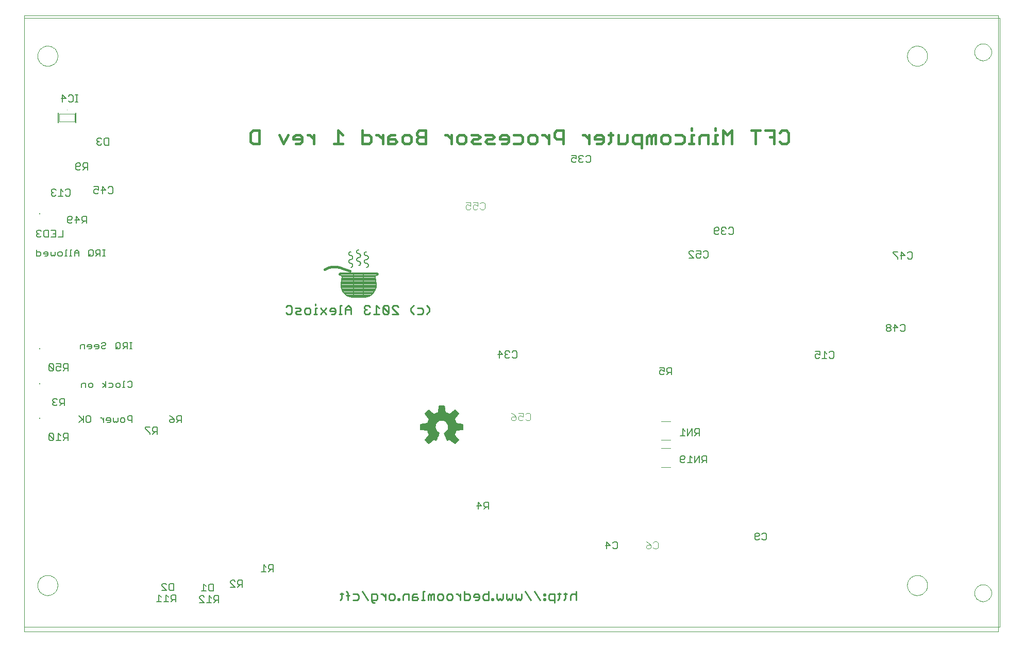
<source format=gbo>
G75*
G70*
%OFA0B0*%
%FSLAX24Y24*%
%IPPOS*%
%LPD*%
%AMOC8*
5,1,8,0,0,1.08239X$1,22.5*
%
%ADD10C,0.0000*%
%ADD11C,0.0080*%
%ADD12C,0.0150*%
%ADD13C,0.0100*%
%ADD14C,0.0050*%
%ADD15R,0.0079X0.0079*%
%ADD16C,0.0059*%
%ADD17C,0.0004*%
%ADD18C,0.0030*%
%ADD19C,0.0040*%
%ADD20C,0.0160*%
D10*
X004848Y007120D02*
X004848Y046990D01*
X067840Y046990D01*
X067840Y007120D01*
X004848Y007120D01*
X004848Y007430D02*
X004848Y046810D01*
X067948Y046810D01*
X067948Y007430D01*
X004848Y007430D01*
X005698Y010120D02*
X005700Y010170D01*
X005706Y010220D01*
X005716Y010270D01*
X005729Y010318D01*
X005746Y010366D01*
X005767Y010412D01*
X005791Y010456D01*
X005819Y010498D01*
X005850Y010538D01*
X005884Y010575D01*
X005921Y010610D01*
X005960Y010641D01*
X006001Y010670D01*
X006045Y010695D01*
X006091Y010717D01*
X006138Y010735D01*
X006186Y010749D01*
X006235Y010760D01*
X006285Y010767D01*
X006335Y010770D01*
X006386Y010769D01*
X006436Y010764D01*
X006486Y010755D01*
X006534Y010743D01*
X006582Y010726D01*
X006628Y010706D01*
X006673Y010683D01*
X006716Y010656D01*
X006756Y010626D01*
X006794Y010593D01*
X006829Y010557D01*
X006862Y010518D01*
X006891Y010477D01*
X006917Y010434D01*
X006940Y010389D01*
X006959Y010342D01*
X006974Y010294D01*
X006986Y010245D01*
X006994Y010195D01*
X006998Y010145D01*
X006998Y010095D01*
X006994Y010045D01*
X006986Y009995D01*
X006974Y009946D01*
X006959Y009898D01*
X006940Y009851D01*
X006917Y009806D01*
X006891Y009763D01*
X006862Y009722D01*
X006829Y009683D01*
X006794Y009647D01*
X006756Y009614D01*
X006716Y009584D01*
X006673Y009557D01*
X006628Y009534D01*
X006582Y009514D01*
X006534Y009497D01*
X006486Y009485D01*
X006436Y009476D01*
X006386Y009471D01*
X006335Y009470D01*
X006285Y009473D01*
X006235Y009480D01*
X006186Y009491D01*
X006138Y009505D01*
X006091Y009523D01*
X006045Y009545D01*
X006001Y009570D01*
X005960Y009599D01*
X005921Y009630D01*
X005884Y009665D01*
X005850Y009702D01*
X005819Y009742D01*
X005791Y009784D01*
X005767Y009828D01*
X005746Y009874D01*
X005729Y009922D01*
X005716Y009970D01*
X005706Y010020D01*
X005700Y010070D01*
X005698Y010120D01*
X005698Y044370D02*
X005700Y044420D01*
X005706Y044470D01*
X005716Y044520D01*
X005729Y044568D01*
X005746Y044616D01*
X005767Y044662D01*
X005791Y044706D01*
X005819Y044748D01*
X005850Y044788D01*
X005884Y044825D01*
X005921Y044860D01*
X005960Y044891D01*
X006001Y044920D01*
X006045Y044945D01*
X006091Y044967D01*
X006138Y044985D01*
X006186Y044999D01*
X006235Y045010D01*
X006285Y045017D01*
X006335Y045020D01*
X006386Y045019D01*
X006436Y045014D01*
X006486Y045005D01*
X006534Y044993D01*
X006582Y044976D01*
X006628Y044956D01*
X006673Y044933D01*
X006716Y044906D01*
X006756Y044876D01*
X006794Y044843D01*
X006829Y044807D01*
X006862Y044768D01*
X006891Y044727D01*
X006917Y044684D01*
X006940Y044639D01*
X006959Y044592D01*
X006974Y044544D01*
X006986Y044495D01*
X006994Y044445D01*
X006998Y044395D01*
X006998Y044345D01*
X006994Y044295D01*
X006986Y044245D01*
X006974Y044196D01*
X006959Y044148D01*
X006940Y044101D01*
X006917Y044056D01*
X006891Y044013D01*
X006862Y043972D01*
X006829Y043933D01*
X006794Y043897D01*
X006756Y043864D01*
X006716Y043834D01*
X006673Y043807D01*
X006628Y043784D01*
X006582Y043764D01*
X006534Y043747D01*
X006486Y043735D01*
X006436Y043726D01*
X006386Y043721D01*
X006335Y043720D01*
X006285Y043723D01*
X006235Y043730D01*
X006186Y043741D01*
X006138Y043755D01*
X006091Y043773D01*
X006045Y043795D01*
X006001Y043820D01*
X005960Y043849D01*
X005921Y043880D01*
X005884Y043915D01*
X005850Y043952D01*
X005819Y043992D01*
X005791Y044034D01*
X005767Y044078D01*
X005746Y044124D01*
X005729Y044172D01*
X005716Y044220D01*
X005706Y044270D01*
X005700Y044320D01*
X005698Y044370D01*
X061948Y044370D02*
X061950Y044420D01*
X061956Y044470D01*
X061966Y044520D01*
X061979Y044568D01*
X061996Y044616D01*
X062017Y044662D01*
X062041Y044706D01*
X062069Y044748D01*
X062100Y044788D01*
X062134Y044825D01*
X062171Y044860D01*
X062210Y044891D01*
X062251Y044920D01*
X062295Y044945D01*
X062341Y044967D01*
X062388Y044985D01*
X062436Y044999D01*
X062485Y045010D01*
X062535Y045017D01*
X062585Y045020D01*
X062636Y045019D01*
X062686Y045014D01*
X062736Y045005D01*
X062784Y044993D01*
X062832Y044976D01*
X062878Y044956D01*
X062923Y044933D01*
X062966Y044906D01*
X063006Y044876D01*
X063044Y044843D01*
X063079Y044807D01*
X063112Y044768D01*
X063141Y044727D01*
X063167Y044684D01*
X063190Y044639D01*
X063209Y044592D01*
X063224Y044544D01*
X063236Y044495D01*
X063244Y044445D01*
X063248Y044395D01*
X063248Y044345D01*
X063244Y044295D01*
X063236Y044245D01*
X063224Y044196D01*
X063209Y044148D01*
X063190Y044101D01*
X063167Y044056D01*
X063141Y044013D01*
X063112Y043972D01*
X063079Y043933D01*
X063044Y043897D01*
X063006Y043864D01*
X062966Y043834D01*
X062923Y043807D01*
X062878Y043784D01*
X062832Y043764D01*
X062784Y043747D01*
X062736Y043735D01*
X062686Y043726D01*
X062636Y043721D01*
X062585Y043720D01*
X062535Y043723D01*
X062485Y043730D01*
X062436Y043741D01*
X062388Y043755D01*
X062341Y043773D01*
X062295Y043795D01*
X062251Y043820D01*
X062210Y043849D01*
X062171Y043880D01*
X062134Y043915D01*
X062100Y043952D01*
X062069Y043992D01*
X062041Y044034D01*
X062017Y044078D01*
X061996Y044124D01*
X061979Y044172D01*
X061966Y044220D01*
X061956Y044270D01*
X061950Y044320D01*
X061948Y044370D01*
X066298Y044620D02*
X066300Y044667D01*
X066306Y044713D01*
X066316Y044759D01*
X066329Y044803D01*
X066347Y044847D01*
X066368Y044888D01*
X066392Y044928D01*
X066420Y044966D01*
X066451Y045001D01*
X066485Y045033D01*
X066521Y045062D01*
X066560Y045088D01*
X066600Y045111D01*
X066643Y045130D01*
X066687Y045146D01*
X066732Y045158D01*
X066778Y045166D01*
X066825Y045170D01*
X066871Y045170D01*
X066918Y045166D01*
X066964Y045158D01*
X067009Y045146D01*
X067053Y045130D01*
X067096Y045111D01*
X067136Y045088D01*
X067175Y045062D01*
X067211Y045033D01*
X067245Y045001D01*
X067276Y044966D01*
X067304Y044928D01*
X067328Y044888D01*
X067349Y044847D01*
X067367Y044803D01*
X067380Y044759D01*
X067390Y044713D01*
X067396Y044667D01*
X067398Y044620D01*
X067396Y044573D01*
X067390Y044527D01*
X067380Y044481D01*
X067367Y044437D01*
X067349Y044393D01*
X067328Y044352D01*
X067304Y044312D01*
X067276Y044274D01*
X067245Y044239D01*
X067211Y044207D01*
X067175Y044178D01*
X067136Y044152D01*
X067096Y044129D01*
X067053Y044110D01*
X067009Y044094D01*
X066964Y044082D01*
X066918Y044074D01*
X066871Y044070D01*
X066825Y044070D01*
X066778Y044074D01*
X066732Y044082D01*
X066687Y044094D01*
X066643Y044110D01*
X066600Y044129D01*
X066560Y044152D01*
X066521Y044178D01*
X066485Y044207D01*
X066451Y044239D01*
X066420Y044274D01*
X066392Y044312D01*
X066368Y044352D01*
X066347Y044393D01*
X066329Y044437D01*
X066316Y044481D01*
X066306Y044527D01*
X066300Y044573D01*
X066298Y044620D01*
X061948Y010120D02*
X061950Y010170D01*
X061956Y010220D01*
X061966Y010270D01*
X061979Y010318D01*
X061996Y010366D01*
X062017Y010412D01*
X062041Y010456D01*
X062069Y010498D01*
X062100Y010538D01*
X062134Y010575D01*
X062171Y010610D01*
X062210Y010641D01*
X062251Y010670D01*
X062295Y010695D01*
X062341Y010717D01*
X062388Y010735D01*
X062436Y010749D01*
X062485Y010760D01*
X062535Y010767D01*
X062585Y010770D01*
X062636Y010769D01*
X062686Y010764D01*
X062736Y010755D01*
X062784Y010743D01*
X062832Y010726D01*
X062878Y010706D01*
X062923Y010683D01*
X062966Y010656D01*
X063006Y010626D01*
X063044Y010593D01*
X063079Y010557D01*
X063112Y010518D01*
X063141Y010477D01*
X063167Y010434D01*
X063190Y010389D01*
X063209Y010342D01*
X063224Y010294D01*
X063236Y010245D01*
X063244Y010195D01*
X063248Y010145D01*
X063248Y010095D01*
X063244Y010045D01*
X063236Y009995D01*
X063224Y009946D01*
X063209Y009898D01*
X063190Y009851D01*
X063167Y009806D01*
X063141Y009763D01*
X063112Y009722D01*
X063079Y009683D01*
X063044Y009647D01*
X063006Y009614D01*
X062966Y009584D01*
X062923Y009557D01*
X062878Y009534D01*
X062832Y009514D01*
X062784Y009497D01*
X062736Y009485D01*
X062686Y009476D01*
X062636Y009471D01*
X062585Y009470D01*
X062535Y009473D01*
X062485Y009480D01*
X062436Y009491D01*
X062388Y009505D01*
X062341Y009523D01*
X062295Y009545D01*
X062251Y009570D01*
X062210Y009599D01*
X062171Y009630D01*
X062134Y009665D01*
X062100Y009702D01*
X062069Y009742D01*
X062041Y009784D01*
X062017Y009828D01*
X061996Y009874D01*
X061979Y009922D01*
X061966Y009970D01*
X061956Y010020D01*
X061950Y010070D01*
X061948Y010120D01*
X066298Y009620D02*
X066300Y009667D01*
X066306Y009713D01*
X066316Y009759D01*
X066329Y009803D01*
X066347Y009847D01*
X066368Y009888D01*
X066392Y009928D01*
X066420Y009966D01*
X066451Y010001D01*
X066485Y010033D01*
X066521Y010062D01*
X066560Y010088D01*
X066600Y010111D01*
X066643Y010130D01*
X066687Y010146D01*
X066732Y010158D01*
X066778Y010166D01*
X066825Y010170D01*
X066871Y010170D01*
X066918Y010166D01*
X066964Y010158D01*
X067009Y010146D01*
X067053Y010130D01*
X067096Y010111D01*
X067136Y010088D01*
X067175Y010062D01*
X067211Y010033D01*
X067245Y010001D01*
X067276Y009966D01*
X067304Y009928D01*
X067328Y009888D01*
X067349Y009847D01*
X067367Y009803D01*
X067380Y009759D01*
X067390Y009713D01*
X067396Y009667D01*
X067398Y009620D01*
X067396Y009573D01*
X067390Y009527D01*
X067380Y009481D01*
X067367Y009437D01*
X067349Y009393D01*
X067328Y009352D01*
X067304Y009312D01*
X067276Y009274D01*
X067245Y009239D01*
X067211Y009207D01*
X067175Y009178D01*
X067136Y009152D01*
X067096Y009129D01*
X067053Y009110D01*
X067009Y009094D01*
X066964Y009082D01*
X066918Y009074D01*
X066871Y009070D01*
X066825Y009070D01*
X066778Y009074D01*
X066732Y009082D01*
X066687Y009094D01*
X066643Y009110D01*
X066600Y009129D01*
X066560Y009152D01*
X066521Y009178D01*
X066485Y009207D01*
X066451Y009239D01*
X066420Y009274D01*
X066392Y009312D01*
X066368Y009352D01*
X066347Y009393D01*
X066329Y009437D01*
X066316Y009481D01*
X066306Y009527D01*
X066300Y009573D01*
X066298Y009620D01*
D11*
X027715Y030226D02*
X027705Y030213D01*
X027692Y030203D01*
X027677Y030197D01*
X027661Y030195D01*
X027633Y030191D01*
X027606Y030182D01*
X027582Y030167D01*
X027562Y030147D01*
X027547Y030123D01*
X027538Y030097D01*
X027535Y030069D01*
X027598Y029628D01*
X027598Y029565D01*
X027588Y029436D01*
X027558Y029311D01*
X027509Y029193D01*
X027441Y029083D01*
X027358Y028985D01*
X027260Y028902D01*
X027151Y028835D01*
X027032Y028786D01*
X026907Y028756D01*
X026779Y028746D01*
X026779Y030321D01*
X026149Y030321D01*
X026149Y028746D01*
X026779Y028746D01*
X026779Y030321D01*
X027661Y030321D01*
X027677Y030318D01*
X027692Y030312D01*
X027705Y030302D01*
X027715Y030289D01*
X027722Y030274D01*
X027724Y030258D01*
X027722Y030241D01*
X027715Y030226D01*
X027721Y030240D02*
X026779Y030240D01*
X026149Y030240D01*
X025207Y030240D01*
X025206Y030241D02*
X025212Y030226D01*
X025222Y030213D01*
X025235Y030203D01*
X025251Y030197D01*
X025267Y030195D01*
X025295Y030191D01*
X025322Y030182D01*
X025345Y030167D01*
X025365Y030147D01*
X025380Y030123D01*
X025390Y030097D01*
X025393Y030069D01*
X025330Y029628D01*
X025330Y029565D01*
X025340Y029436D01*
X025370Y029311D01*
X025419Y029193D01*
X025486Y029083D01*
X025570Y028985D01*
X025667Y028902D01*
X025777Y028835D01*
X025896Y028786D01*
X026021Y028756D01*
X026149Y028746D01*
X026149Y030321D01*
X025267Y030321D01*
X025251Y030318D01*
X025235Y030312D01*
X025222Y030302D01*
X025212Y030289D01*
X025206Y030274D01*
X025204Y030258D01*
X025206Y030241D01*
X025252Y030319D02*
X026149Y030319D01*
X026779Y030319D01*
X027676Y030319D01*
X027577Y030161D02*
X026779Y030161D01*
X026149Y030161D01*
X025351Y030161D01*
X025391Y030083D02*
X026149Y030083D01*
X026779Y030083D01*
X027536Y030083D01*
X027544Y030004D02*
X026779Y030004D01*
X026149Y030004D01*
X025384Y030004D01*
X025373Y029926D02*
X026149Y029926D01*
X026779Y029926D01*
X027555Y029926D01*
X027566Y029847D02*
X026779Y029847D01*
X026149Y029847D01*
X025361Y029847D01*
X025350Y029769D02*
X026149Y029769D01*
X026779Y029769D01*
X027578Y029769D01*
X027589Y029690D02*
X026779Y029690D01*
X026149Y029690D01*
X025339Y029690D01*
X025330Y029612D02*
X026149Y029612D01*
X026779Y029612D01*
X027598Y029612D01*
X027595Y029533D02*
X026779Y029533D01*
X026149Y029533D01*
X025332Y029533D01*
X025339Y029455D02*
X026149Y029455D01*
X026779Y029455D01*
X027589Y029455D01*
X027573Y029376D02*
X026779Y029376D01*
X026149Y029376D01*
X025354Y029376D01*
X025376Y029297D02*
X026149Y029297D01*
X026779Y029297D01*
X027552Y029297D01*
X027519Y029219D02*
X026779Y029219D01*
X026149Y029219D01*
X025408Y029219D01*
X025451Y029140D02*
X026149Y029140D01*
X026779Y029140D01*
X027477Y029140D01*
X027423Y029062D02*
X026779Y029062D01*
X026149Y029062D01*
X025504Y029062D01*
X025572Y028983D02*
X026149Y028983D01*
X026779Y028983D01*
X027356Y028983D01*
X027264Y028905D02*
X026779Y028905D01*
X026149Y028905D01*
X025664Y028905D01*
X025798Y028826D02*
X026149Y028826D01*
X026779Y028826D01*
X027130Y028826D01*
X026806Y028748D02*
X026779Y028748D01*
X026149Y028748D01*
X026121Y028748D01*
X011808Y025830D02*
X011668Y025830D01*
X011738Y025830D02*
X011738Y025410D01*
X011808Y025410D02*
X011668Y025410D01*
X011501Y025410D02*
X011501Y025830D01*
X011291Y025830D01*
X011221Y025760D01*
X011221Y025620D01*
X011291Y025550D01*
X011501Y025550D01*
X011361Y025550D02*
X011221Y025410D01*
X011041Y025480D02*
X010971Y025410D01*
X010830Y025410D01*
X010760Y025480D01*
X010760Y025760D01*
X010830Y025830D01*
X010971Y025830D01*
X011041Y025760D01*
X011041Y025480D01*
X010901Y025550D02*
X010760Y025410D01*
X010120Y025480D02*
X010050Y025410D01*
X009910Y025410D01*
X009840Y025480D01*
X009840Y025550D01*
X009910Y025620D01*
X010050Y025620D01*
X010120Y025690D01*
X010120Y025760D01*
X010050Y025830D01*
X009910Y025830D01*
X009840Y025760D01*
X009660Y025620D02*
X009590Y025690D01*
X009449Y025690D01*
X009379Y025620D01*
X009379Y025550D01*
X009660Y025550D01*
X009660Y025480D02*
X009660Y025620D01*
X009660Y025480D02*
X009590Y025410D01*
X009449Y025410D01*
X009199Y025480D02*
X009199Y025620D01*
X009129Y025690D01*
X008989Y025690D01*
X008919Y025620D01*
X008919Y025550D01*
X009199Y025550D01*
X009199Y025480D02*
X009129Y025410D01*
X008989Y025410D01*
X008739Y025410D02*
X008739Y025690D01*
X008529Y025690D01*
X008459Y025620D01*
X008459Y025410D01*
X010120Y023330D02*
X010120Y022910D01*
X010120Y023050D02*
X009910Y023190D01*
X010120Y023050D02*
X009910Y022910D01*
X010300Y022910D02*
X010510Y022910D01*
X010580Y022980D01*
X010580Y023120D01*
X010510Y023190D01*
X010300Y023190D01*
X010760Y023120D02*
X010830Y023190D01*
X010971Y023190D01*
X011041Y023120D01*
X011041Y022980D01*
X010971Y022910D01*
X010830Y022910D01*
X010760Y022980D01*
X010760Y023120D01*
X011207Y022910D02*
X011348Y022910D01*
X011277Y022910D02*
X011277Y023330D01*
X011348Y023330D01*
X011528Y023260D02*
X011598Y023330D01*
X011738Y023330D01*
X011808Y023260D01*
X011808Y022980D01*
X011738Y022910D01*
X011598Y022910D01*
X011528Y022980D01*
X009276Y022980D02*
X009206Y022910D01*
X009066Y022910D01*
X008996Y022980D01*
X008996Y023120D01*
X009066Y023190D01*
X009206Y023190D01*
X009276Y023120D01*
X009276Y022980D01*
X008816Y022910D02*
X008816Y023190D01*
X008605Y023190D01*
X008535Y023120D01*
X008535Y022910D01*
X008662Y021080D02*
X008662Y020660D01*
X008662Y020800D02*
X008382Y021080D01*
X008592Y020870D02*
X008382Y020660D01*
X008842Y020730D02*
X008842Y021010D01*
X008912Y021080D01*
X009052Y021080D01*
X009122Y021010D01*
X009122Y020730D01*
X009052Y020660D01*
X008912Y020660D01*
X008842Y020730D01*
X009756Y020940D02*
X009826Y020940D01*
X009966Y020800D01*
X009966Y020660D02*
X009966Y020940D01*
X010147Y020870D02*
X010147Y020800D01*
X010427Y020800D01*
X010427Y020870D02*
X010357Y020940D01*
X010217Y020940D01*
X010147Y020870D01*
X010217Y020660D02*
X010357Y020660D01*
X010427Y020730D01*
X010427Y020870D01*
X010607Y020940D02*
X010607Y020730D01*
X010677Y020660D01*
X010747Y020730D01*
X010817Y020660D01*
X010887Y020730D01*
X010887Y020940D01*
X011067Y020870D02*
X011137Y020940D01*
X011277Y020940D01*
X011348Y020870D01*
X011348Y020730D01*
X011277Y020660D01*
X011137Y020660D01*
X011067Y020730D01*
X011067Y020870D01*
X011528Y020870D02*
X011598Y020800D01*
X011808Y020800D01*
X011808Y020660D02*
X011808Y021080D01*
X011598Y021080D01*
X011528Y021010D01*
X011528Y020870D01*
X010058Y031410D02*
X009918Y031410D01*
X009988Y031410D02*
X009988Y031830D01*
X010058Y031830D02*
X009918Y031830D01*
X009751Y031830D02*
X009541Y031830D01*
X009471Y031760D01*
X009471Y031620D01*
X009541Y031550D01*
X009751Y031550D01*
X009611Y031550D02*
X009471Y031410D01*
X009291Y031480D02*
X009221Y031410D01*
X009080Y031410D01*
X009010Y031480D01*
X009010Y031760D01*
X009080Y031830D01*
X009221Y031830D01*
X009291Y031760D01*
X009291Y031480D01*
X009151Y031550D02*
X009010Y031410D01*
X008370Y031410D02*
X008370Y031690D01*
X008230Y031830D01*
X008090Y031690D01*
X008090Y031410D01*
X007910Y031410D02*
X007769Y031410D01*
X007840Y031410D02*
X007840Y031830D01*
X007910Y031830D01*
X008090Y031620D02*
X008370Y031620D01*
X007603Y031830D02*
X007533Y031830D01*
X007533Y031410D01*
X007603Y031410D02*
X007463Y031410D01*
X007296Y031480D02*
X007226Y031410D01*
X007086Y031410D01*
X007016Y031480D01*
X007016Y031620D01*
X007086Y031690D01*
X007226Y031690D01*
X007296Y031620D01*
X007296Y031480D01*
X006835Y031480D02*
X006765Y031410D01*
X006695Y031480D01*
X006625Y031410D01*
X006555Y031480D01*
X006555Y031690D01*
X006375Y031620D02*
X006305Y031690D01*
X006165Y031690D01*
X006095Y031620D01*
X006095Y031550D01*
X006375Y031550D01*
X006375Y031480D02*
X006375Y031620D01*
X006375Y031480D02*
X006305Y031410D01*
X006165Y031410D01*
X005915Y031480D02*
X005845Y031410D01*
X005634Y031410D01*
X005634Y031830D01*
X005634Y031690D02*
X005845Y031690D01*
X005915Y031620D01*
X005915Y031480D01*
X006835Y031480D02*
X006835Y031690D01*
X009751Y031830D02*
X009751Y031410D01*
D12*
X019485Y038836D02*
X019485Y039403D01*
X019626Y039545D01*
X020052Y039545D01*
X020052Y038695D01*
X019626Y038695D01*
X019485Y038836D01*
X021326Y039262D02*
X021610Y038695D01*
X021893Y039262D01*
X022247Y039120D02*
X022247Y038978D01*
X022814Y038978D01*
X022814Y038836D02*
X022814Y039120D01*
X022672Y039262D01*
X022389Y039262D01*
X022247Y039120D01*
X022389Y038695D02*
X022672Y038695D01*
X022814Y038836D01*
X023156Y039262D02*
X023298Y039262D01*
X023581Y038978D01*
X023581Y038695D02*
X023581Y039262D01*
X024856Y038695D02*
X025423Y038695D01*
X025139Y038695D02*
X025139Y039545D01*
X025423Y039262D01*
X026697Y039262D02*
X027123Y039262D01*
X027264Y039120D01*
X027264Y038836D01*
X027123Y038695D01*
X026697Y038695D01*
X026697Y039545D01*
X027606Y039262D02*
X027748Y039262D01*
X028032Y038978D01*
X028032Y038695D02*
X028032Y039262D01*
X028385Y039120D02*
X028385Y038695D01*
X028811Y038695D01*
X028952Y038836D01*
X028811Y038978D01*
X028385Y038978D01*
X028385Y039120D02*
X028527Y039262D01*
X028811Y039262D01*
X029306Y039120D02*
X029306Y038836D01*
X029448Y038695D01*
X029731Y038695D01*
X029873Y038836D01*
X029873Y039120D01*
X029731Y039262D01*
X029448Y039262D01*
X029306Y039120D01*
X030227Y039262D02*
X030369Y039120D01*
X030794Y039120D01*
X030794Y039545D02*
X030369Y039545D01*
X030227Y039403D01*
X030227Y039262D01*
X030369Y039120D02*
X030227Y038978D01*
X030227Y038836D01*
X030369Y038695D01*
X030794Y038695D01*
X030794Y039545D01*
X032057Y039262D02*
X032198Y039262D01*
X032482Y038978D01*
X032482Y038695D02*
X032482Y039262D01*
X032836Y039120D02*
X032836Y038836D01*
X032977Y038695D01*
X033261Y038695D01*
X033403Y038836D01*
X033403Y039120D01*
X033261Y039262D01*
X032977Y039262D01*
X032836Y039120D01*
X033756Y039262D02*
X034182Y039262D01*
X034323Y039120D01*
X034182Y038978D01*
X033898Y038978D01*
X033756Y038836D01*
X033898Y038695D01*
X034323Y038695D01*
X034677Y038836D02*
X034819Y038978D01*
X035102Y038978D01*
X035244Y039120D01*
X035102Y039262D01*
X034677Y039262D01*
X034677Y038836D02*
X034819Y038695D01*
X035244Y038695D01*
X035598Y038978D02*
X035598Y039120D01*
X035740Y039262D01*
X036023Y039262D01*
X036165Y039120D01*
X036165Y038836D01*
X036023Y038695D01*
X035740Y038695D01*
X035598Y038978D02*
X036165Y038978D01*
X036519Y038695D02*
X036944Y038695D01*
X037086Y038836D01*
X037086Y039120D01*
X036944Y039262D01*
X036519Y039262D01*
X037439Y039120D02*
X037439Y038836D01*
X037581Y038695D01*
X037865Y038695D01*
X038006Y038836D01*
X038006Y039120D01*
X037865Y039262D01*
X037581Y039262D01*
X037439Y039120D01*
X038348Y039262D02*
X038490Y039262D01*
X038774Y038978D01*
X038774Y038695D02*
X038774Y039262D01*
X039127Y039403D02*
X039127Y039120D01*
X039269Y038978D01*
X039694Y038978D01*
X039694Y038695D02*
X039694Y039545D01*
X039269Y039545D01*
X039127Y039403D01*
X040957Y039262D02*
X041099Y039262D01*
X041382Y038978D01*
X041382Y038695D02*
X041382Y039262D01*
X041736Y039120D02*
X041736Y038978D01*
X042303Y038978D01*
X042303Y038836D02*
X042303Y039120D01*
X042161Y039262D01*
X041878Y039262D01*
X041736Y039120D01*
X041878Y038695D02*
X042161Y038695D01*
X042303Y038836D01*
X042633Y038695D02*
X042775Y038836D01*
X042775Y039403D01*
X042917Y039262D02*
X042633Y039262D01*
X043271Y039262D02*
X043271Y038695D01*
X043696Y038695D01*
X043838Y038836D01*
X043838Y039262D01*
X044191Y039120D02*
X044191Y038836D01*
X044333Y038695D01*
X044759Y038695D01*
X044759Y038411D02*
X044759Y039262D01*
X044333Y039262D01*
X044191Y039120D01*
X045112Y039120D02*
X045112Y038695D01*
X045396Y038695D02*
X045396Y039120D01*
X045254Y039262D01*
X045112Y039120D01*
X045396Y039120D02*
X045537Y039262D01*
X045679Y039262D01*
X045679Y038695D01*
X046033Y038836D02*
X046033Y039120D01*
X046175Y039262D01*
X046458Y039262D01*
X046600Y039120D01*
X046600Y038836D01*
X046458Y038695D01*
X046175Y038695D01*
X046033Y038836D01*
X046954Y038695D02*
X047379Y038695D01*
X047521Y038836D01*
X047521Y039120D01*
X047379Y039262D01*
X046954Y039262D01*
X047993Y039262D02*
X047993Y038695D01*
X048135Y038695D02*
X047851Y038695D01*
X047993Y039262D02*
X048135Y039262D01*
X047993Y039545D02*
X047993Y039687D01*
X048488Y039120D02*
X048488Y038695D01*
X048488Y039120D02*
X048630Y039262D01*
X049055Y039262D01*
X049055Y038695D01*
X049386Y038695D02*
X049669Y038695D01*
X049527Y038695D02*
X049527Y039262D01*
X049669Y039262D01*
X049527Y039545D02*
X049527Y039687D01*
X050023Y039545D02*
X050023Y038695D01*
X050590Y038695D02*
X050590Y039545D01*
X050306Y039262D01*
X050023Y039545D01*
X051864Y039545D02*
X052431Y039545D01*
X052148Y039545D02*
X052148Y038695D01*
X053069Y039120D02*
X053352Y039120D01*
X053352Y039545D02*
X052785Y039545D01*
X053352Y039545D02*
X053352Y038695D01*
X053706Y038836D02*
X053848Y038695D01*
X054131Y038695D01*
X054273Y038836D01*
X054273Y039403D01*
X054131Y039545D01*
X053848Y039545D01*
X053706Y039403D01*
D13*
X031048Y028043D02*
X030861Y028230D01*
X031048Y028043D02*
X031048Y027856D01*
X030861Y027670D01*
X030643Y027763D02*
X030549Y027670D01*
X030269Y027670D01*
X030035Y027670D02*
X029848Y027856D01*
X029848Y028043D01*
X030035Y028230D01*
X030269Y028043D02*
X030549Y028043D01*
X030643Y027950D01*
X030643Y027763D01*
X029022Y027670D02*
X028649Y028043D01*
X028649Y028137D01*
X028742Y028230D01*
X028929Y028230D01*
X029022Y028137D01*
X029022Y027670D02*
X028649Y027670D01*
X028414Y027763D02*
X028041Y028137D01*
X028041Y027763D01*
X028134Y027670D01*
X028321Y027670D01*
X028414Y027763D01*
X028414Y028137D01*
X028321Y028230D01*
X028134Y028230D01*
X028041Y028137D01*
X027807Y028043D02*
X027620Y028230D01*
X027620Y027670D01*
X027807Y027670D02*
X027433Y027670D01*
X027199Y027763D02*
X027106Y027670D01*
X026919Y027670D01*
X026825Y027763D01*
X026825Y027856D01*
X026919Y027950D01*
X027012Y027950D01*
X026919Y027950D02*
X026825Y028043D01*
X026825Y028137D01*
X026919Y028230D01*
X027106Y028230D01*
X027199Y028137D01*
X025984Y028043D02*
X025797Y028230D01*
X025610Y028043D01*
X025610Y027670D01*
X025376Y027670D02*
X025189Y027670D01*
X025283Y027670D02*
X025283Y028230D01*
X025376Y028230D01*
X025610Y027950D02*
X025984Y027950D01*
X025984Y028043D02*
X025984Y027670D01*
X024971Y027763D02*
X024971Y027950D01*
X024877Y028043D01*
X024691Y028043D01*
X024597Y027950D01*
X024597Y027856D01*
X024971Y027856D01*
X024971Y027763D02*
X024877Y027670D01*
X024691Y027670D01*
X024363Y027670D02*
X023989Y028043D01*
X023755Y028043D02*
X023662Y028043D01*
X023662Y027670D01*
X023755Y027670D02*
X023569Y027670D01*
X023350Y027763D02*
X023257Y027670D01*
X023070Y027670D01*
X022977Y027763D01*
X022977Y027950D01*
X023070Y028043D01*
X023257Y028043D01*
X023350Y027950D01*
X023350Y027763D01*
X023662Y028230D02*
X023662Y028323D01*
X023989Y027670D02*
X024363Y028043D01*
X022743Y027950D02*
X022649Y028043D01*
X022369Y028043D01*
X022462Y027856D02*
X022649Y027856D01*
X022743Y027950D01*
X022743Y027670D02*
X022462Y027670D01*
X022369Y027763D01*
X022462Y027856D01*
X022135Y027763D02*
X022041Y027670D01*
X021855Y027670D01*
X021761Y027763D01*
X021761Y028137D02*
X021855Y028230D01*
X022041Y028230D01*
X022135Y028137D01*
X022135Y027763D01*
X025675Y009730D02*
X025768Y009637D01*
X025768Y009170D01*
X025861Y009450D02*
X025675Y009450D01*
X025456Y009543D02*
X025270Y009543D01*
X025363Y009637D02*
X025363Y009263D01*
X025270Y009170D01*
X026096Y009170D02*
X026376Y009170D01*
X026469Y009263D01*
X026469Y009450D01*
X026376Y009543D01*
X026096Y009543D01*
X026703Y009730D02*
X027077Y009170D01*
X027311Y009170D02*
X027591Y009170D01*
X027685Y009263D01*
X027685Y009450D01*
X027591Y009543D01*
X027311Y009543D01*
X027311Y009076D01*
X027404Y008983D01*
X027498Y008983D01*
X027911Y009543D02*
X028004Y009543D01*
X028191Y009356D01*
X028191Y009170D02*
X028191Y009543D01*
X028425Y009450D02*
X028519Y009543D01*
X028705Y009543D01*
X028799Y009450D01*
X028799Y009263D01*
X028705Y009170D01*
X028519Y009170D01*
X028425Y009263D01*
X028425Y009450D01*
X029009Y009263D02*
X029009Y009170D01*
X029103Y009170D01*
X029103Y009263D01*
X029009Y009263D01*
X029337Y009170D02*
X029337Y009450D01*
X029430Y009543D01*
X029710Y009543D01*
X029710Y009170D01*
X029944Y009170D02*
X029944Y009450D01*
X030038Y009543D01*
X030225Y009543D01*
X030225Y009356D02*
X029944Y009356D01*
X029944Y009170D02*
X030225Y009170D01*
X030318Y009263D01*
X030225Y009356D01*
X030536Y009170D02*
X030723Y009170D01*
X030630Y009170D02*
X030630Y009730D01*
X030723Y009730D01*
X030957Y009450D02*
X030957Y009170D01*
X031144Y009170D02*
X031144Y009450D01*
X031051Y009543D01*
X030957Y009450D01*
X031144Y009450D02*
X031238Y009543D01*
X031331Y009543D01*
X031331Y009170D01*
X031565Y009263D02*
X031658Y009170D01*
X031845Y009170D01*
X031939Y009263D01*
X031939Y009450D01*
X031845Y009543D01*
X031658Y009543D01*
X031565Y009450D01*
X031565Y009263D01*
X032173Y009263D02*
X032266Y009170D01*
X032453Y009170D01*
X032546Y009263D01*
X032546Y009450D01*
X032453Y009543D01*
X032266Y009543D01*
X032173Y009450D01*
X032173Y009263D01*
X032773Y009543D02*
X032866Y009543D01*
X033053Y009356D01*
X033053Y009170D02*
X033053Y009543D01*
X033287Y009543D02*
X033567Y009543D01*
X033660Y009450D01*
X033660Y009263D01*
X033567Y009170D01*
X033287Y009170D01*
X033287Y009730D01*
X033895Y009450D02*
X033895Y009356D01*
X034268Y009356D01*
X034268Y009263D02*
X034268Y009450D01*
X034175Y009543D01*
X033988Y009543D01*
X033895Y009450D01*
X033988Y009170D02*
X034175Y009170D01*
X034268Y009263D01*
X034502Y009263D02*
X034502Y009450D01*
X034596Y009543D01*
X034876Y009543D01*
X034876Y009730D02*
X034876Y009170D01*
X034596Y009170D01*
X034502Y009263D01*
X035086Y009263D02*
X035086Y009170D01*
X035180Y009170D01*
X035180Y009263D01*
X035086Y009263D01*
X035414Y009263D02*
X035414Y009543D01*
X035414Y009263D02*
X035507Y009170D01*
X035601Y009263D01*
X035694Y009170D01*
X035787Y009263D01*
X035787Y009543D01*
X036022Y009543D02*
X036022Y009263D01*
X036115Y009170D01*
X036208Y009263D01*
X036302Y009170D01*
X036395Y009263D01*
X036395Y009543D01*
X036629Y009543D02*
X036629Y009263D01*
X036723Y009170D01*
X036816Y009263D01*
X036910Y009170D01*
X037003Y009263D01*
X037003Y009543D01*
X037237Y009730D02*
X037611Y009170D01*
X037845Y009730D02*
X038218Y009170D01*
X038429Y009170D02*
X038429Y009263D01*
X038522Y009263D01*
X038522Y009170D01*
X038429Y009170D01*
X038429Y009450D02*
X038522Y009450D01*
X038522Y009543D01*
X038429Y009543D01*
X038429Y009450D01*
X038756Y009450D02*
X038756Y009263D01*
X038850Y009170D01*
X039130Y009170D01*
X039130Y008983D02*
X039130Y009543D01*
X038850Y009543D01*
X038756Y009450D01*
X039348Y009543D02*
X039535Y009543D01*
X039442Y009637D02*
X039442Y009263D01*
X039348Y009170D01*
X039753Y009170D02*
X039847Y009263D01*
X039847Y009637D01*
X039940Y009543D02*
X039753Y009543D01*
X040174Y009450D02*
X040174Y009170D01*
X040174Y009450D02*
X040268Y009543D01*
X040454Y009543D01*
X040548Y009450D01*
X040548Y009730D02*
X040548Y009170D01*
D14*
X042517Y012478D02*
X042517Y012928D01*
X042742Y012703D01*
X042442Y012703D01*
X042903Y012853D02*
X042978Y012928D01*
X043128Y012928D01*
X043203Y012853D01*
X043203Y012553D01*
X043128Y012478D01*
X042978Y012478D01*
X042903Y012553D01*
X047358Y018045D02*
X047283Y018120D01*
X047283Y018420D01*
X047358Y018495D01*
X047508Y018495D01*
X047583Y018420D01*
X047583Y018345D01*
X047508Y018270D01*
X047283Y018270D01*
X047358Y018045D02*
X047508Y018045D01*
X047583Y018120D01*
X047743Y018045D02*
X048044Y018045D01*
X047894Y018045D02*
X047894Y018495D01*
X048044Y018345D01*
X048204Y018495D02*
X048204Y018045D01*
X048504Y018495D01*
X048504Y018045D01*
X048664Y018045D02*
X048814Y018195D01*
X048739Y018195D02*
X048964Y018195D01*
X048964Y018045D02*
X048964Y018495D01*
X048739Y018495D01*
X048664Y018420D01*
X048664Y018270D01*
X048739Y018195D01*
X048504Y019795D02*
X048504Y020245D01*
X048279Y020245D01*
X048204Y020170D01*
X048204Y020020D01*
X048279Y019945D01*
X048504Y019945D01*
X048354Y019945D02*
X048204Y019795D01*
X048044Y019795D02*
X048044Y020245D01*
X047743Y019795D01*
X047743Y020245D01*
X047583Y020095D02*
X047433Y020245D01*
X047433Y019795D01*
X047583Y019795D02*
X047283Y019795D01*
X046694Y023745D02*
X046694Y024195D01*
X046468Y024195D01*
X046393Y024120D01*
X046393Y023970D01*
X046468Y023895D01*
X046694Y023895D01*
X046544Y023895D02*
X046393Y023745D01*
X046233Y023820D02*
X046158Y023745D01*
X046008Y023745D01*
X045933Y023820D01*
X045933Y023970D01*
X046008Y024045D01*
X046083Y024045D01*
X046233Y023970D01*
X046233Y024195D01*
X045933Y024195D01*
X047839Y031300D02*
X048140Y031300D01*
X047839Y031600D01*
X047839Y031675D01*
X047914Y031750D01*
X048065Y031750D01*
X048140Y031675D01*
X048300Y031750D02*
X048600Y031750D01*
X048600Y031525D01*
X048450Y031600D01*
X048375Y031600D01*
X048300Y031525D01*
X048300Y031375D01*
X048375Y031300D01*
X048525Y031300D01*
X048600Y031375D01*
X048760Y031375D02*
X048835Y031300D01*
X048985Y031300D01*
X049060Y031375D01*
X049060Y031675D01*
X048985Y031750D01*
X048835Y031750D01*
X048760Y031675D01*
X049557Y032828D02*
X049482Y032903D01*
X049482Y033203D01*
X049557Y033278D01*
X049707Y033278D01*
X049782Y033203D01*
X049782Y033128D01*
X049707Y033053D01*
X049482Y033053D01*
X049557Y032828D02*
X049707Y032828D01*
X049782Y032903D01*
X049942Y032903D02*
X050017Y032828D01*
X050167Y032828D01*
X050242Y032903D01*
X050403Y032903D02*
X050478Y032828D01*
X050628Y032828D01*
X050703Y032903D01*
X050703Y033203D01*
X050628Y033278D01*
X050478Y033278D01*
X050403Y033203D01*
X050242Y033203D02*
X050167Y033278D01*
X050017Y033278D01*
X049942Y033203D01*
X049942Y033128D01*
X050017Y033053D01*
X049942Y032978D01*
X049942Y032903D01*
X050017Y033053D02*
X050092Y033053D01*
X041467Y037564D02*
X041392Y037489D01*
X041241Y037489D01*
X041166Y037564D01*
X041006Y037564D02*
X040931Y037489D01*
X040781Y037489D01*
X040706Y037564D01*
X040706Y037639D01*
X040781Y037714D01*
X040856Y037714D01*
X040781Y037714D02*
X040706Y037789D01*
X040706Y037864D01*
X040781Y037939D01*
X040931Y037939D01*
X041006Y037864D01*
X041166Y037864D02*
X041241Y037939D01*
X041392Y037939D01*
X041467Y037864D01*
X041467Y037564D01*
X040546Y037564D02*
X040471Y037489D01*
X040321Y037489D01*
X040246Y037564D01*
X040246Y037714D01*
X040321Y037789D01*
X040396Y037789D01*
X040546Y037714D01*
X040546Y037939D01*
X040246Y037939D01*
X027661Y030321D02*
X026779Y030321D01*
X026779Y028746D01*
X026779Y028745D02*
X026835Y028747D01*
X026891Y028753D01*
X026946Y028762D01*
X027000Y028775D01*
X027053Y028792D01*
X027105Y028813D01*
X027156Y028837D01*
X027205Y028864D01*
X027251Y028895D01*
X027296Y028929D01*
X027338Y028965D01*
X027378Y029005D01*
X027414Y029047D01*
X027448Y029092D01*
X027479Y029138D01*
X027506Y029187D01*
X027530Y029238D01*
X027551Y029290D01*
X027568Y029343D01*
X027581Y029397D01*
X027590Y029452D01*
X027596Y029508D01*
X027598Y029564D01*
X027598Y029627D01*
X027535Y030069D01*
X027535Y030069D01*
X027537Y030089D01*
X027541Y030108D01*
X027549Y030126D01*
X027559Y030143D01*
X027572Y030158D01*
X027587Y030171D01*
X027604Y030181D01*
X027622Y030189D01*
X027641Y030193D01*
X027661Y030195D01*
X027675Y030197D01*
X027688Y030201D01*
X027700Y030209D01*
X027710Y030219D01*
X027718Y030231D01*
X027722Y030244D01*
X027724Y030258D01*
X027722Y030272D01*
X027718Y030285D01*
X027710Y030297D01*
X027700Y030307D01*
X027688Y030315D01*
X027675Y030319D01*
X027661Y030321D01*
X026968Y030698D02*
X026989Y030700D01*
X027009Y030705D01*
X027028Y030713D01*
X027045Y030725D01*
X027061Y030739D01*
X027073Y030755D01*
X027083Y030773D01*
X027090Y030793D01*
X027094Y030814D01*
X027094Y030834D01*
X027090Y030855D01*
X027083Y030875D01*
X027073Y030893D01*
X027061Y030909D01*
X027045Y030923D01*
X027028Y030935D01*
X027009Y030943D01*
X026989Y030948D01*
X026968Y030950D01*
X026947Y030952D01*
X026927Y030957D01*
X026908Y030965D01*
X026891Y030977D01*
X026875Y030991D01*
X026863Y031007D01*
X026853Y031025D01*
X026846Y031045D01*
X026842Y031066D01*
X026842Y031086D01*
X026846Y031107D01*
X026853Y031127D01*
X026863Y031145D01*
X026875Y031161D01*
X026891Y031175D01*
X026908Y031187D01*
X026927Y031195D01*
X026947Y031200D01*
X026968Y031202D01*
X026968Y031203D02*
X026989Y031205D01*
X027009Y031210D01*
X027028Y031218D01*
X027045Y031230D01*
X027061Y031244D01*
X027073Y031260D01*
X027083Y031278D01*
X027090Y031298D01*
X027094Y031319D01*
X027094Y031339D01*
X027090Y031360D01*
X027083Y031380D01*
X027073Y031398D01*
X027061Y031414D01*
X027045Y031428D01*
X027028Y031440D01*
X027009Y031448D01*
X026989Y031453D01*
X026968Y031455D01*
X026968Y031454D02*
X026947Y031456D01*
X026927Y031461D01*
X026908Y031469D01*
X026891Y031481D01*
X026875Y031495D01*
X026863Y031511D01*
X026853Y031529D01*
X026846Y031549D01*
X026842Y031570D01*
X026842Y031590D01*
X026846Y031611D01*
X026853Y031631D01*
X026863Y031649D01*
X026875Y031665D01*
X026891Y031679D01*
X026908Y031691D01*
X026927Y031699D01*
X026947Y031704D01*
X026968Y031706D01*
X026464Y031832D02*
X026443Y031830D01*
X026423Y031825D01*
X026404Y031817D01*
X026387Y031805D01*
X026371Y031791D01*
X026359Y031775D01*
X026349Y031757D01*
X026342Y031737D01*
X026338Y031716D01*
X026338Y031696D01*
X026342Y031675D01*
X026349Y031655D01*
X026359Y031637D01*
X026371Y031621D01*
X026387Y031607D01*
X026404Y031595D01*
X026423Y031587D01*
X026443Y031582D01*
X026464Y031580D01*
X026485Y031578D01*
X026505Y031573D01*
X026524Y031565D01*
X026541Y031553D01*
X026557Y031539D01*
X026569Y031523D01*
X026579Y031505D01*
X026586Y031485D01*
X026590Y031464D01*
X026590Y031444D01*
X026586Y031423D01*
X026579Y031403D01*
X026569Y031385D01*
X026557Y031369D01*
X026541Y031355D01*
X026524Y031343D01*
X026505Y031335D01*
X026485Y031330D01*
X026464Y031328D01*
X026443Y031326D01*
X026423Y031321D01*
X026404Y031313D01*
X026387Y031301D01*
X026371Y031287D01*
X026359Y031271D01*
X026349Y031253D01*
X026342Y031233D01*
X026338Y031212D01*
X026338Y031192D01*
X026342Y031171D01*
X026349Y031151D01*
X026359Y031133D01*
X026371Y031117D01*
X026387Y031103D01*
X026404Y031091D01*
X026423Y031083D01*
X026443Y031078D01*
X026464Y031076D01*
X026485Y031074D01*
X026505Y031069D01*
X026524Y031061D01*
X026541Y031049D01*
X026557Y031035D01*
X026569Y031019D01*
X026579Y031001D01*
X026586Y030981D01*
X026590Y030960D01*
X026590Y030940D01*
X026586Y030919D01*
X026579Y030899D01*
X026569Y030881D01*
X026557Y030865D01*
X026541Y030851D01*
X026524Y030839D01*
X026505Y030831D01*
X026485Y030826D01*
X026464Y030824D01*
X025960Y030698D02*
X025981Y030700D01*
X026001Y030705D01*
X026020Y030713D01*
X026037Y030725D01*
X026053Y030739D01*
X026065Y030755D01*
X026075Y030773D01*
X026082Y030793D01*
X026086Y030814D01*
X026086Y030834D01*
X026082Y030855D01*
X026075Y030875D01*
X026065Y030893D01*
X026053Y030909D01*
X026037Y030923D01*
X026020Y030935D01*
X026001Y030943D01*
X025981Y030948D01*
X025960Y030950D01*
X025939Y030952D01*
X025919Y030957D01*
X025900Y030965D01*
X025883Y030977D01*
X025867Y030991D01*
X025855Y031007D01*
X025845Y031025D01*
X025838Y031045D01*
X025834Y031066D01*
X025834Y031086D01*
X025838Y031107D01*
X025845Y031127D01*
X025855Y031145D01*
X025867Y031161D01*
X025883Y031175D01*
X025900Y031187D01*
X025919Y031195D01*
X025939Y031200D01*
X025960Y031202D01*
X025960Y031203D02*
X025981Y031205D01*
X026001Y031210D01*
X026020Y031218D01*
X026037Y031230D01*
X026053Y031244D01*
X026065Y031260D01*
X026075Y031278D01*
X026082Y031298D01*
X026086Y031319D01*
X026086Y031339D01*
X026082Y031360D01*
X026075Y031380D01*
X026065Y031398D01*
X026053Y031414D01*
X026037Y031428D01*
X026020Y031440D01*
X026001Y031448D01*
X025981Y031453D01*
X025960Y031455D01*
X025960Y031454D02*
X025939Y031456D01*
X025919Y031461D01*
X025900Y031469D01*
X025883Y031481D01*
X025867Y031495D01*
X025855Y031511D01*
X025845Y031529D01*
X025838Y031549D01*
X025834Y031570D01*
X025834Y031590D01*
X025838Y031611D01*
X025845Y031631D01*
X025855Y031649D01*
X025867Y031665D01*
X025883Y031679D01*
X025900Y031691D01*
X025919Y031699D01*
X025939Y031704D01*
X025960Y031706D01*
X035482Y025053D02*
X035782Y025053D01*
X035557Y025278D01*
X035557Y024828D01*
X035942Y024903D02*
X036017Y024828D01*
X036167Y024828D01*
X036242Y024903D01*
X036403Y024903D02*
X036478Y024828D01*
X036628Y024828D01*
X036703Y024903D01*
X036703Y025203D01*
X036628Y025278D01*
X036478Y025278D01*
X036403Y025203D01*
X036242Y025203D02*
X036167Y025278D01*
X036017Y025278D01*
X035942Y025203D01*
X035942Y025128D01*
X036017Y025053D01*
X035942Y024978D01*
X035942Y024903D01*
X036017Y025053D02*
X036092Y025053D01*
X034873Y015495D02*
X034648Y015495D01*
X034573Y015420D01*
X034573Y015270D01*
X034648Y015195D01*
X034873Y015195D01*
X034723Y015195D02*
X034573Y015045D01*
X034413Y015270D02*
X034112Y015270D01*
X034187Y015495D02*
X034413Y015270D01*
X034187Y015045D02*
X034187Y015495D01*
X034873Y015495D02*
X034873Y015045D01*
X020944Y011445D02*
X020944Y010995D01*
X020944Y011145D02*
X020718Y011145D01*
X020643Y011220D01*
X020643Y011370D01*
X020718Y011445D01*
X020944Y011445D01*
X020794Y011145D02*
X020643Y010995D01*
X020483Y010995D02*
X020183Y010995D01*
X020333Y010995D02*
X020333Y011445D01*
X020483Y011295D01*
X018944Y010445D02*
X018944Y009995D01*
X018944Y010145D02*
X018718Y010145D01*
X018643Y010220D01*
X018643Y010370D01*
X018718Y010445D01*
X018944Y010445D01*
X018794Y010145D02*
X018643Y009995D01*
X018483Y009995D02*
X018183Y010295D01*
X018183Y010370D01*
X018258Y010445D01*
X018408Y010445D01*
X018483Y010370D01*
X018483Y009995D02*
X018183Y009995D01*
X017404Y009445D02*
X017179Y009445D01*
X017104Y009370D01*
X017104Y009220D01*
X017179Y009145D01*
X017404Y009145D01*
X017254Y009145D02*
X017104Y008995D01*
X016944Y008995D02*
X016643Y008995D01*
X016794Y008995D02*
X016794Y009445D01*
X016944Y009295D01*
X016483Y009370D02*
X016408Y009445D01*
X016258Y009445D01*
X016183Y009370D01*
X016183Y009295D01*
X016483Y008995D01*
X016183Y008995D01*
X016300Y009751D02*
X016600Y009751D01*
X016450Y009751D02*
X016450Y010201D01*
X016600Y010051D01*
X016760Y010126D02*
X016835Y010201D01*
X017061Y010201D01*
X017061Y009751D01*
X016835Y009751D01*
X016760Y009826D01*
X016760Y010126D01*
X017404Y009445D02*
X017404Y008995D01*
X014623Y009045D02*
X014623Y009495D01*
X014398Y009495D01*
X014323Y009420D01*
X014323Y009270D01*
X014398Y009195D01*
X014623Y009195D01*
X014473Y009195D02*
X014323Y009045D01*
X014163Y009045D02*
X013862Y009045D01*
X014012Y009045D02*
X014012Y009495D01*
X014163Y009345D01*
X014046Y009788D02*
X013745Y010088D01*
X013745Y010164D01*
X013820Y010239D01*
X013971Y010239D01*
X014046Y010164D01*
X014206Y010164D02*
X014281Y010239D01*
X014506Y010239D01*
X014506Y009788D01*
X014281Y009788D01*
X014206Y009863D01*
X014206Y010164D01*
X014046Y009788D02*
X013745Y009788D01*
X013552Y009495D02*
X013552Y009045D01*
X013702Y009045D02*
X013402Y009045D01*
X013702Y009345D02*
X013552Y009495D01*
X007654Y019495D02*
X007654Y019945D01*
X007429Y019945D01*
X007354Y019870D01*
X007354Y019720D01*
X007429Y019645D01*
X007654Y019645D01*
X007504Y019645D02*
X007354Y019495D01*
X007194Y019495D02*
X006893Y019495D01*
X007044Y019495D02*
X007044Y019945D01*
X007194Y019795D01*
X006733Y019870D02*
X006658Y019945D01*
X006508Y019945D01*
X006433Y019870D01*
X006733Y019570D01*
X006658Y019495D01*
X006508Y019495D01*
X006433Y019570D01*
X006433Y019870D01*
X006733Y019870D02*
X006733Y019570D01*
X006758Y021745D02*
X006908Y021745D01*
X006983Y021820D01*
X007143Y021745D02*
X007294Y021895D01*
X007218Y021895D02*
X007444Y021895D01*
X007444Y021745D02*
X007444Y022195D01*
X007218Y022195D01*
X007143Y022120D01*
X007143Y021970D01*
X007218Y021895D01*
X006983Y022120D02*
X006908Y022195D01*
X006758Y022195D01*
X006683Y022120D01*
X006683Y022045D01*
X006758Y021970D01*
X006683Y021895D01*
X006683Y021820D01*
X006758Y021745D01*
X006758Y021970D02*
X006833Y021970D01*
X006969Y023995D02*
X007119Y023995D01*
X007194Y024070D01*
X007194Y024220D02*
X007044Y024295D01*
X006969Y024295D01*
X006893Y024220D01*
X006893Y024070D01*
X006969Y023995D01*
X006733Y024070D02*
X006433Y024370D01*
X006433Y024070D01*
X006508Y023995D01*
X006658Y023995D01*
X006733Y024070D01*
X006733Y024370D01*
X006658Y024445D01*
X006508Y024445D01*
X006433Y024370D01*
X006893Y024445D02*
X007194Y024445D01*
X007194Y024220D01*
X007354Y024220D02*
X007429Y024145D01*
X007654Y024145D01*
X007504Y024145D02*
X007354Y023995D01*
X007354Y024220D02*
X007354Y024370D01*
X007429Y024445D01*
X007654Y024445D01*
X007654Y023995D01*
X012683Y020345D02*
X012683Y020270D01*
X012983Y019970D01*
X012983Y019895D01*
X013143Y019895D02*
X013294Y020045D01*
X013218Y020045D02*
X013444Y020045D01*
X013444Y019895D02*
X013444Y020345D01*
X013218Y020345D01*
X013143Y020270D01*
X013143Y020120D01*
X013218Y020045D01*
X012983Y020345D02*
X012683Y020345D01*
X014233Y020720D02*
X014233Y020795D01*
X014308Y020870D01*
X014533Y020870D01*
X014533Y020720D01*
X014458Y020645D01*
X014308Y020645D01*
X014233Y020720D01*
X014383Y021020D02*
X014533Y020870D01*
X014693Y020870D02*
X014768Y020795D01*
X014994Y020795D01*
X014994Y020645D02*
X014994Y021095D01*
X014768Y021095D01*
X014693Y021020D01*
X014693Y020870D01*
X014844Y020795D02*
X014693Y020645D01*
X014383Y021020D02*
X014233Y021095D01*
X007323Y032645D02*
X007023Y032645D01*
X006863Y032645D02*
X006562Y032645D01*
X006402Y032645D02*
X006177Y032645D01*
X006102Y032720D01*
X006102Y033020D01*
X006177Y033095D01*
X006402Y033095D01*
X006402Y032645D01*
X006712Y032870D02*
X006863Y032870D01*
X006863Y033095D02*
X006863Y032645D01*
X006863Y033095D02*
X006562Y033095D01*
X005942Y033020D02*
X005867Y033095D01*
X005717Y033095D01*
X005642Y033020D01*
X005642Y032945D01*
X005717Y032870D01*
X005642Y032795D01*
X005642Y032720D01*
X005717Y032645D01*
X005867Y032645D01*
X005942Y032720D01*
X005792Y032870D02*
X005717Y032870D01*
X007323Y033095D02*
X007323Y032645D01*
X007727Y033545D02*
X007652Y033620D01*
X007652Y033920D01*
X007727Y033995D01*
X007877Y033995D01*
X007952Y033920D01*
X007952Y033845D01*
X007877Y033770D01*
X007652Y033770D01*
X007727Y033545D02*
X007877Y033545D01*
X007952Y033620D01*
X008112Y033770D02*
X008413Y033770D01*
X008187Y033995D01*
X008187Y033545D01*
X008573Y033545D02*
X008723Y033695D01*
X008648Y033695D02*
X008873Y033695D01*
X008873Y033545D02*
X008873Y033995D01*
X008648Y033995D01*
X008573Y033920D01*
X008573Y033770D01*
X008648Y033695D01*
X007735Y035300D02*
X007585Y035300D01*
X007510Y035375D01*
X007350Y035300D02*
X007050Y035300D01*
X007200Y035300D02*
X007200Y035750D01*
X007350Y035600D01*
X007510Y035675D02*
X007585Y035750D01*
X007735Y035750D01*
X007810Y035675D01*
X007810Y035375D01*
X007735Y035300D01*
X006890Y035375D02*
X006815Y035300D01*
X006664Y035300D01*
X006589Y035375D01*
X006589Y035450D01*
X006664Y035525D01*
X006739Y035525D01*
X006664Y035525D02*
X006589Y035600D01*
X006589Y035675D01*
X006664Y035750D01*
X006815Y035750D01*
X006890Y035675D01*
X008258Y036995D02*
X008183Y037070D01*
X008183Y037370D01*
X008258Y037445D01*
X008408Y037445D01*
X008483Y037370D01*
X008483Y037295D01*
X008408Y037220D01*
X008183Y037220D01*
X008258Y036995D02*
X008408Y036995D01*
X008483Y037070D01*
X008643Y036995D02*
X008794Y037145D01*
X008718Y037145D02*
X008944Y037145D01*
X008944Y036995D02*
X008944Y037445D01*
X008718Y037445D01*
X008643Y037370D01*
X008643Y037220D01*
X008718Y037145D01*
X009353Y035912D02*
X009653Y035912D01*
X009653Y035687D01*
X009503Y035762D01*
X009428Y035762D01*
X009353Y035687D01*
X009353Y035536D01*
X009428Y035461D01*
X009578Y035461D01*
X009653Y035536D01*
X009814Y035687D02*
X010114Y035687D01*
X009889Y035912D01*
X009889Y035461D01*
X010274Y035536D02*
X010349Y035461D01*
X010499Y035461D01*
X010574Y035536D01*
X010574Y035837D01*
X010499Y035912D01*
X010349Y035912D01*
X010274Y035837D01*
X010311Y038601D02*
X010085Y038601D01*
X010010Y038676D01*
X010010Y038976D01*
X010085Y039051D01*
X010311Y039051D01*
X010311Y038601D01*
X009850Y038676D02*
X009775Y038601D01*
X009625Y038601D01*
X009550Y038676D01*
X009550Y038751D01*
X009625Y038826D01*
X009700Y038826D01*
X009625Y038826D02*
X009550Y038901D01*
X009550Y038976D01*
X009625Y039051D01*
X009775Y039051D01*
X009850Y038976D01*
X008157Y040055D02*
X008157Y040684D01*
X008150Y041395D02*
X008301Y041395D01*
X008226Y041395D02*
X008226Y041845D01*
X008301Y041845D02*
X008150Y041845D01*
X007994Y041770D02*
X007994Y041470D01*
X007919Y041395D01*
X007769Y041395D01*
X007693Y041470D01*
X007533Y041620D02*
X007233Y041620D01*
X007308Y041845D02*
X007533Y041620D01*
X007693Y041770D02*
X007769Y041845D01*
X007919Y041845D01*
X007994Y041770D01*
X007308Y041845D02*
X007308Y041395D01*
X007039Y040684D02*
X007039Y040055D01*
X052089Y013425D02*
X052164Y013500D01*
X052315Y013500D01*
X052390Y013425D01*
X052390Y013350D01*
X052315Y013275D01*
X052089Y013275D01*
X052089Y013125D02*
X052089Y013425D01*
X052089Y013125D02*
X052164Y013050D01*
X052315Y013050D01*
X052390Y013125D01*
X052550Y013125D02*
X052625Y013050D01*
X052775Y013050D01*
X052850Y013125D01*
X052850Y013425D01*
X052775Y013500D01*
X052625Y013500D01*
X052550Y013425D01*
X056064Y024800D02*
X056215Y024800D01*
X056290Y024875D01*
X056290Y025025D02*
X056139Y025100D01*
X056064Y025100D01*
X055989Y025025D01*
X055989Y024875D01*
X056064Y024800D01*
X056290Y025025D02*
X056290Y025250D01*
X055989Y025250D01*
X056600Y025250D02*
X056600Y024800D01*
X056750Y024800D02*
X056450Y024800D01*
X056750Y025100D02*
X056600Y025250D01*
X056910Y025175D02*
X056985Y025250D01*
X057135Y025250D01*
X057210Y025175D01*
X057210Y024875D01*
X057135Y024800D01*
X056985Y024800D01*
X056910Y024875D01*
X060589Y026625D02*
X060664Y026550D01*
X060815Y026550D01*
X060890Y026625D01*
X060890Y026700D01*
X060815Y026775D01*
X060664Y026775D01*
X060589Y026700D01*
X060589Y026625D01*
X060664Y026775D02*
X060589Y026850D01*
X060589Y026925D01*
X060664Y027000D01*
X060815Y027000D01*
X060890Y026925D01*
X060890Y026850D01*
X060815Y026775D01*
X061050Y026775D02*
X061350Y026775D01*
X061125Y027000D01*
X061125Y026550D01*
X061510Y026625D02*
X061585Y026550D01*
X061735Y026550D01*
X061810Y026625D01*
X061810Y026925D01*
X061735Y027000D01*
X061585Y027000D01*
X061510Y026925D01*
X061581Y031239D02*
X061581Y031689D01*
X061806Y031464D01*
X061506Y031464D01*
X061346Y031314D02*
X061346Y031239D01*
X061346Y031314D02*
X061046Y031614D01*
X061046Y031689D01*
X061346Y031689D01*
X061966Y031614D02*
X062041Y031689D01*
X062192Y031689D01*
X062267Y031614D01*
X062267Y031314D01*
X062192Y031239D01*
X062041Y031239D01*
X061966Y031314D01*
D15*
X005848Y034159D03*
X005848Y025409D03*
X005848Y023159D03*
X005848Y020909D03*
D16*
X030480Y020537D02*
X030925Y020583D01*
X030954Y020683D01*
X030994Y020780D01*
X031044Y020872D01*
X030762Y021218D01*
X031000Y021455D01*
X031346Y021173D01*
X031438Y021223D01*
X031534Y021263D01*
X031635Y021293D01*
X031680Y021737D01*
X032016Y021737D01*
X032061Y021293D01*
X032161Y021263D01*
X032258Y021223D01*
X032350Y021173D01*
X032696Y021455D01*
X032934Y021218D01*
X032651Y020872D01*
X032702Y020780D01*
X032742Y020683D01*
X032771Y020583D01*
X033216Y020537D01*
X033216Y020202D01*
X032771Y020156D01*
X032742Y020056D01*
X032702Y019959D01*
X032651Y019868D01*
X032934Y019521D01*
X032696Y019284D01*
X032350Y019566D01*
X032282Y019527D01*
X032210Y019494D01*
X032013Y019972D01*
X032077Y020005D01*
X032135Y020048D01*
X032185Y020101D01*
X032225Y020161D01*
X032254Y020227D01*
X032272Y020297D01*
X032279Y020370D01*
X032271Y020450D01*
X032248Y020528D01*
X032212Y020600D01*
X032163Y020663D01*
X032102Y020717D01*
X032033Y020758D01*
X031957Y020786D01*
X031877Y020799D01*
X031797Y020797D01*
X031718Y020780D01*
X031643Y020748D01*
X031576Y020704D01*
X031519Y020647D01*
X031473Y020581D01*
X031440Y020507D01*
X031421Y020428D01*
X031418Y020347D01*
X031429Y020268D01*
X031456Y020191D01*
X031496Y020121D01*
X031549Y020060D01*
X031612Y020009D01*
X031683Y019972D01*
X031485Y019494D01*
X031414Y019527D01*
X031346Y019566D01*
X031000Y019284D01*
X030762Y019521D01*
X031044Y019868D01*
X030994Y019959D01*
X030954Y020056D01*
X030925Y020156D01*
X030480Y020202D01*
X030480Y020537D01*
X030480Y020522D02*
X031446Y020522D01*
X031430Y020464D02*
X030480Y020464D01*
X030480Y020406D02*
X031420Y020406D01*
X031418Y020349D02*
X030480Y020349D01*
X030480Y020291D02*
X031426Y020291D01*
X031441Y020234D02*
X030480Y020234D01*
X030732Y020176D02*
X031465Y020176D01*
X031498Y020118D02*
X030936Y020118D01*
X030953Y020061D02*
X031548Y020061D01*
X031624Y020003D02*
X030976Y020003D01*
X031001Y019946D02*
X031672Y019946D01*
X031648Y019888D02*
X031033Y019888D01*
X031014Y019830D02*
X031625Y019830D01*
X031601Y019773D02*
X030967Y019773D01*
X030920Y019715D02*
X031577Y019715D01*
X031553Y019658D02*
X030873Y019658D01*
X030826Y019600D02*
X031529Y019600D01*
X031505Y019542D02*
X031388Y019542D01*
X031317Y019542D02*
X030779Y019542D01*
X030798Y019485D02*
X031246Y019485D01*
X031176Y019427D02*
X030856Y019427D01*
X030914Y019370D02*
X031105Y019370D01*
X031034Y019312D02*
X030971Y019312D01*
X032095Y019773D02*
X032729Y019773D01*
X032775Y019715D02*
X032119Y019715D01*
X032143Y019658D02*
X032822Y019658D01*
X032869Y019600D02*
X032167Y019600D01*
X032191Y019542D02*
X032308Y019542D01*
X032379Y019542D02*
X032916Y019542D01*
X032897Y019485D02*
X032450Y019485D01*
X032520Y019427D02*
X032840Y019427D01*
X032782Y019370D02*
X032591Y019370D01*
X032662Y019312D02*
X032725Y019312D01*
X032682Y019830D02*
X032071Y019830D01*
X032047Y019888D02*
X032663Y019888D01*
X032694Y019946D02*
X032024Y019946D01*
X032074Y020003D02*
X032720Y020003D01*
X032743Y020061D02*
X032146Y020061D01*
X032196Y020118D02*
X032760Y020118D01*
X032963Y020176D02*
X032231Y020176D01*
X032256Y020234D02*
X033216Y020234D01*
X033216Y020291D02*
X032271Y020291D01*
X032277Y020349D02*
X033216Y020349D01*
X033216Y020406D02*
X032275Y020406D01*
X032267Y020464D02*
X033216Y020464D01*
X033216Y020522D02*
X032250Y020522D01*
X032222Y020579D02*
X032805Y020579D01*
X032755Y020637D02*
X032183Y020637D01*
X032128Y020694D02*
X032737Y020694D01*
X032713Y020752D02*
X032044Y020752D01*
X031652Y020752D02*
X030982Y020752D01*
X030959Y020694D02*
X031567Y020694D01*
X031511Y020637D02*
X030940Y020637D01*
X030891Y020579D02*
X031472Y020579D01*
X031010Y020810D02*
X032685Y020810D01*
X032654Y020867D02*
X031042Y020867D01*
X031001Y020925D02*
X032695Y020925D01*
X032742Y020982D02*
X030954Y020982D01*
X030907Y021040D02*
X032789Y021040D01*
X032836Y021098D02*
X030860Y021098D01*
X030813Y021155D02*
X032883Y021155D01*
X032930Y021213D02*
X032399Y021213D01*
X032469Y021270D02*
X032881Y021270D01*
X032824Y021328D02*
X032540Y021328D01*
X032611Y021386D02*
X032766Y021386D01*
X032708Y021443D02*
X032681Y021443D01*
X032278Y021213D02*
X031418Y021213D01*
X031297Y021213D02*
X030766Y021213D01*
X030815Y021270D02*
X031226Y021270D01*
X031156Y021328D02*
X030872Y021328D01*
X030930Y021386D02*
X031085Y021386D01*
X031014Y021443D02*
X030987Y021443D01*
X031558Y021270D02*
X032138Y021270D01*
X032057Y021328D02*
X031638Y021328D01*
X031644Y021386D02*
X032051Y021386D01*
X032046Y021443D02*
X031650Y021443D01*
X031656Y021501D02*
X032040Y021501D01*
X032034Y021558D02*
X031662Y021558D01*
X031668Y021616D02*
X032028Y021616D01*
X032022Y021674D02*
X031673Y021674D01*
X031679Y021731D02*
X032016Y021731D01*
D17*
X007598Y040877D02*
X007598Y040881D01*
D18*
X007098Y040629D02*
X007098Y040114D01*
X008102Y040114D01*
X008102Y040629D01*
X007098Y040629D01*
D19*
X033394Y034894D02*
X033701Y034894D01*
X033701Y034664D01*
X033547Y034741D01*
X033471Y034741D01*
X033394Y034664D01*
X033394Y034511D01*
X033471Y034434D01*
X033624Y034434D01*
X033701Y034511D01*
X033854Y034511D02*
X033931Y034434D01*
X034085Y034434D01*
X034161Y034511D01*
X034161Y034664D02*
X034008Y034741D01*
X033931Y034741D01*
X033854Y034664D01*
X033854Y034511D01*
X034161Y034664D02*
X034161Y034894D01*
X033854Y034894D01*
X034315Y034818D02*
X034391Y034894D01*
X034545Y034894D01*
X034622Y034818D01*
X034622Y034511D01*
X034545Y034434D01*
X034391Y034434D01*
X034315Y034511D01*
X036338Y021255D02*
X036491Y021179D01*
X036645Y021025D01*
X036414Y021025D01*
X036338Y020948D01*
X036338Y020872D01*
X036414Y020795D01*
X036568Y020795D01*
X036645Y020872D01*
X036645Y021025D01*
X036798Y021025D02*
X036798Y020872D01*
X036875Y020795D01*
X037028Y020795D01*
X037105Y020872D01*
X037105Y021025D02*
X036952Y021102D01*
X036875Y021102D01*
X036798Y021025D01*
X036798Y021255D02*
X037105Y021255D01*
X037105Y021025D01*
X037258Y020872D02*
X037335Y020795D01*
X037489Y020795D01*
X037565Y020872D01*
X037565Y021179D01*
X037489Y021255D01*
X037335Y021255D01*
X037258Y021179D01*
X046053Y020730D02*
X046643Y020730D01*
X046643Y019509D02*
X046053Y019509D01*
X046053Y018980D02*
X046643Y018980D01*
X046643Y017759D02*
X046053Y017759D01*
X045745Y012944D02*
X045822Y012868D01*
X045822Y012561D01*
X045745Y012484D01*
X045591Y012484D01*
X045515Y012561D01*
X045361Y012561D02*
X045285Y012484D01*
X045131Y012484D01*
X045054Y012561D01*
X045054Y012637D01*
X045131Y012714D01*
X045361Y012714D01*
X045361Y012561D01*
X045361Y012714D02*
X045208Y012868D01*
X045054Y012944D01*
X045515Y012868D02*
X045591Y012944D01*
X045745Y012944D01*
D20*
X025393Y030636D02*
X025324Y030660D01*
X025253Y030680D01*
X025182Y030696D01*
X025110Y030709D01*
X025038Y030718D01*
X024965Y030723D01*
X024892Y030725D01*
X024819Y030723D01*
X024746Y030717D01*
X024674Y030707D01*
X024602Y030694D01*
X024531Y030677D01*
X024461Y030656D01*
X024392Y030632D01*
X024324Y030604D01*
X024258Y030573D01*
X025393Y030636D02*
X025897Y030447D01*
M02*

</source>
